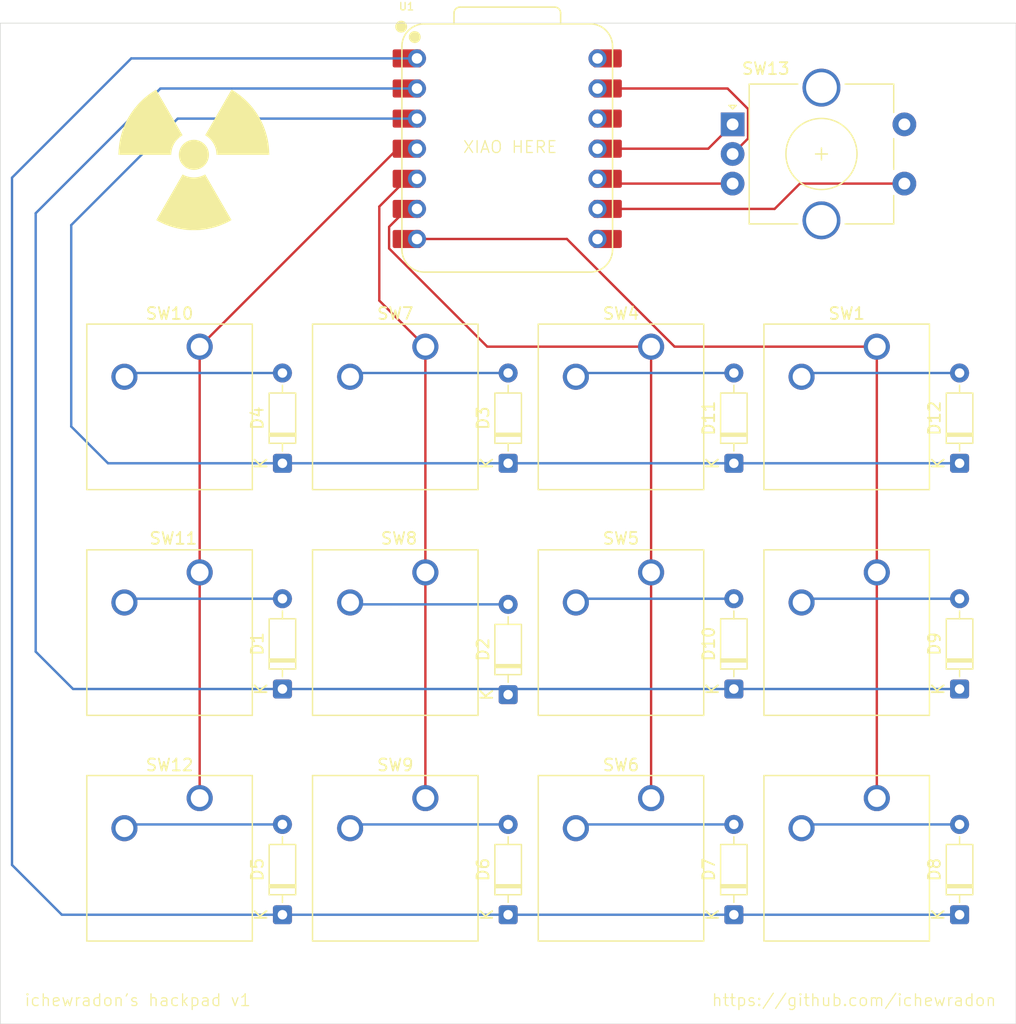
<source format=kicad_pcb>
(kicad_pcb (version 20241229) (generator "pcbnew") (generator_version "9.0")
  (layers (0 "F.Cu" signal) (2 "B.Cu" signal) (13 "F.Paste" user) (15 "B.Paste" user) (5 "F.SilkS" user "F.Silkscreen") (7 "B.SilkS" user "B.Silkscreen") (1 "F.Mask" user) (3 "B.Mask" user) (25 "Edge.Cuts" user))
  (net 0 "")
  (net 2 "Net-(D1-A)")
  (net 3 "Net-(D2-A)")
  (net 4 "/LED5V")
  (net 5 "Net-(D3-A)")
  (net 6 "Net-(D4-A)")
  (net 7 "Net-(D5-A)")
  (net 8 "Net-(D6-A)")
  (net 9 "Net-(D7-A)")
  (net 10 "Net-(D8-A)")
  (net 11 "Net-(D9-A)")
  (net 12 "Net-(D10-A)")
  (net 13 "Net-(D11-A)")
  (net 14 "Net-(D12-A)")
  (net 15 "/LED")
  (net 17 "/GND")
  (net 18 "/ROT1")
  (net 19 "/ROT2")
  (net 20 "/BTN1")
  (net 21 "/COL4")
  (net 22 "/COL1")
  (net 23 "/ROW1")
  (net 24 "/ROW2")
  (net 25 "/COL2")
  (net 26 "/COL3")
  (net 27 "/ROW3")
  (footprint "Diode_THT:D_DO-35_SOD27_P7.62mm_Horizontal" (layer "F.Cu") (at 180.975 106.20375 90)
    (property "Reference" "D8" (at 3.81 -2.12 90) (layer "F.SilkS"))
    (property "Value" "1N4148")
    (fp_line (start 2.53 -1.12) (end 2.53 1.12) (stroke (width 0.12)) (layer "F.SilkS"))
    (fp_line (start 2.41 -1.12) (end 2.41 1.12) (stroke (width 0.12)) (layer "F.SilkS"))
    (fp_line (start 2.29 -1.12) (end 2.29 1.12) (stroke (width 0.12)) (layer "F.SilkS"))
    (fp_line (start 6.58 0) (end 5.93 0) (stroke (width 0.12)) (layer "F.SilkS"))
    (fp_line (start 1.04 0) (end 1.69 0) (stroke (width 0.12)) (layer "F.SilkS"))
    (fp_rect (start 1.69 -1.12) (end 5.93 1.12) (stroke (width 0.12)) (fill no) (layer "F.SilkS"))
    (fp_text user "K" (at 0 -1.8 90) (layer "F.SilkS"))
    (pad "1" thru_hole roundrect (at 0 0 90) (size 1.6 1.6) (drill 0.8) (layers "*.Cu" "*.Mask") (roundrect_rratio 0.15625) (net 27 "/ROW3"))
    (pad "2" thru_hole circle (at 7.62 0 90) (size 1.6 1.6) (drill 0.8) (layers "*.Cu" "*.Mask") (net 10 "Net-(D8-A)"))
  )
  (footprint "Diode_THT:D_DO-35_SOD27_P7.62mm_Horizontal" (layer "F.Cu") (at 123.825 68.10375 90)
    (property "Reference" "D4" (at 3.81 -2.12 90) (layer "F.SilkS"))
    (property "Value" "1N4148")
    (fp_line (start 2.53 -1.12) (end 2.53 1.12) (stroke (width 0.12)) (layer "F.SilkS"))
    (fp_line (start 2.41 -1.12) (end 2.41 1.12) (stroke (width 0.12)) (layer "F.SilkS"))
    (fp_line (start 2.29 -1.12) (end 2.29 1.12) (stroke (width 0.12)) (layer "F.SilkS"))
    (fp_line (start 6.58 0) (end 5.93 0) (stroke (width 0.12)) (layer "F.SilkS"))
    (fp_line (start 1.04 0) (end 1.69 0) (stroke (width 0.12)) (layer "F.SilkS"))
    (fp_rect (start 1.69 -1.12) (end 5.93 1.12) (stroke (width 0.12)) (fill no) (layer "F.SilkS"))
    (fp_text user "K" (at 0 -1.8 90) (layer "F.SilkS"))
    (pad "1" thru_hole roundrect (at 0 0 90) (size 1.6 1.6) (drill 0.8) (layers "*.Cu" "*.Mask") (roundrect_rratio 0.15625) (net 23 "/ROW1"))
    (pad "2" thru_hole circle (at 7.62 0 90) (size 1.6 1.6) (drill 0.8) (layers "*.Cu" "*.Mask") (net 6 "Net-(D4-A)"))
  )
  (footprint "Button_Switch_Keyboard:SW_Cherry_MX_1.00u_PCB" (layer "F.Cu") (at 135.89 58.26125)
    (property "Reference" "SW7" (at -2.54 -2.794 0) (layer "F.SilkS"))
    (property "Value" "SW_Push")
    (fp_line (start -9.525 -1.905) (end 4.445 -1.905) (stroke (width 0.12)) (layer "F.SilkS"))
    (fp_line (start -9.525 12.065) (end -9.525 -1.905) (stroke (width 0.12)) (layer "F.SilkS"))
    (fp_line (start 4.445 -1.905) (end 4.445 12.065) (stroke (width 0.12)) (layer "F.SilkS"))
    (fp_line (start 4.445 12.065) (end -9.525 12.065) (stroke (width 0.12)) (layer "F.SilkS"))
    (pad "" np_thru_hole circle (at -7.62 5.08) (size 1.7 1.7) (drill 1.7) (layers "*.Cu" "*.Mask"))
    (pad "" np_thru_hole circle (at -2.54 5.08) (size 4 4) (drill 4) (layers "*.Cu" "*.Mask"))
    (pad "" np_thru_hole circle (at 2.54 5.08) (size 1.7 1.7) (drill 1.7) (layers "*.Cu" "*.Mask"))
    (pad "1" thru_hole circle (at 0 0) (size 2.2 2.2) (drill 1.5) (layers "*.Cu" "*.Mask") (net 25 "/COL2"))
    (pad "2" thru_hole circle (at -6.35 2.54) (size 2.2 2.2) (drill 1.5) (layers "*.Cu" "*.Mask") (net 5 "Net-(D3-A)"))
  )
  (footprint "Button_Switch_Keyboard:SW_Cherry_MX_1.00u_PCB" (layer "F.Cu") (at 116.84 96.36125)
    (property "Reference" "SW12" (at -2.54 -2.794 0) (layer "F.SilkS"))
    (property "Value" "SW_Push")
    (fp_line (start -9.525 -1.905) (end 4.445 -1.905) (stroke (width 0.12)) (layer "F.SilkS"))
    (fp_line (start -9.525 12.065) (end -9.525 -1.905) (stroke (width 0.12)) (layer "F.SilkS"))
    (fp_line (start 4.445 -1.905) (end 4.445 12.065) (stroke (width 0.12)) (layer "F.SilkS"))
    (fp_line (start 4.445 12.065) (end -9.525 12.065) (stroke (width 0.12)) (layer "F.SilkS"))
    (pad "" np_thru_hole circle (at -7.62 5.08) (size 1.7 1.7) (drill 1.7) (layers "*.Cu" "*.Mask"))
    (pad "" np_thru_hole circle (at -2.54 5.08) (size 4 4) (drill 4) (layers "*.Cu" "*.Mask"))
    (pad "" np_thru_hole circle (at 2.54 5.08) (size 1.7 1.7) (drill 1.7) (layers "*.Cu" "*.Mask"))
    (pad "1" thru_hole circle (at 0 0) (size 2.2 2.2) (drill 1.5) (layers "*.Cu" "*.Mask") (net 22 "/COL1"))
    (pad "2" thru_hole circle (at -6.35 2.54) (size 2.2 2.2) (drill 1.5) (layers "*.Cu" "*.Mask") (net 7 "Net-(D5-A)"))
  )
  (footprint "Button_Switch_Keyboard:SW_Cherry_MX_1.00u_PCB" (layer "F.Cu") (at 135.89 96.36125)
    (property "Reference" "SW9" (at -2.54 -2.794 0) (layer "F.SilkS"))
    (property "Value" "SW_Push")
    (fp_line (start -9.525 -1.905) (end 4.445 -1.905) (stroke (width 0.12)) (layer "F.SilkS"))
    (fp_line (start -9.525 12.065) (end -9.525 -1.905) (stroke (width 0.12)) (layer "F.SilkS"))
    (fp_line (start 4.445 -1.905) (end 4.445 12.065) (stroke (width 0.12)) (layer "F.SilkS"))
    (fp_line (start 4.445 12.065) (end -9.525 12.065) (stroke (width 0.12)) (layer "F.SilkS"))
    (pad "" np_thru_hole circle (at -7.62 5.08) (size 1.7 1.7) (drill 1.7) (layers "*.Cu" "*.Mask"))
    (pad "" np_thru_hole circle (at -2.54 5.08) (size 4 4) (drill 4) (layers "*.Cu" "*.Mask"))
    (pad "" np_thru_hole circle (at 2.54 5.08) (size 1.7 1.7) (drill 1.7) (layers "*.Cu" "*.Mask"))
    (pad "1" thru_hole circle (at 0 0) (size 2.2 2.2) (drill 1.5) (layers "*.Cu" "*.Mask") (net 25 "/COL2"))
    (pad "2" thru_hole circle (at -6.35 2.54) (size 2.2 2.2) (drill 1.5) (layers "*.Cu" "*.Mask") (net 8 "Net-(D6-A)"))
  )
  (footprint "Diode_THT:D_DO-35_SOD27_P7.62mm_Horizontal" (layer "F.Cu") (at 142.875 106.20375 90)
    (property "Reference" "D6" (at 3.81 -2.12 90) (layer "F.SilkS"))
    (property "Value" "1N4148")
    (fp_line (start 2.53 -1.12) (end 2.53 1.12) (stroke (width 0.12)) (layer "F.SilkS"))
    (fp_line (start 2.41 -1.12) (end 2.41 1.12) (stroke (width 0.12)) (layer "F.SilkS"))
    (fp_line (start 2.29 -1.12) (end 2.29 1.12) (stroke (width 0.12)) (layer "F.SilkS"))
    (fp_line (start 6.58 0) (end 5.93 0) (stroke (width 0.12)) (layer "F.SilkS"))
    (fp_line (start 1.04 0) (end 1.69 0) (stroke (width 0.12)) (layer "F.SilkS"))
    (fp_rect (start 1.69 -1.12) (end 5.93 1.12) (stroke (width 0.12)) (fill no) (layer "F.SilkS"))
    (fp_text user "K" (at 0 -1.8 90) (layer "F.SilkS"))
    (pad "1" thru_hole roundrect (at 0 0 90) (size 1.6 1.6) (drill 0.8) (layers "*.Cu" "*.Mask") (roundrect_rratio 0.15625) (net 27 "/ROW3"))
    (pad "2" thru_hole circle (at 7.62 0 90) (size 1.6 1.6) (drill 0.8) (layers "*.Cu" "*.Mask") (net 8 "Net-(D6-A)"))
  )
  (footprint "Button_Switch_Keyboard:SW_Cherry_MX_1.00u_PCB" (layer "F.Cu") (at 173.99 77.31125)
    (property "Reference" "SW2" (hide yes))
    (property "Value" "SW_Push")
    (fp_line (start -9.525 -1.905) (end 4.445 -1.905) (stroke (width 0.12)) (layer "F.SilkS"))
    (fp_line (start -9.525 12.065) (end -9.525 -1.905) (stroke (width 0.12)) (layer "F.SilkS"))
    (fp_line (start 4.445 -1.905) (end 4.445 12.065) (stroke (width 0.12)) (layer "F.SilkS"))
    (fp_line (start 4.445 12.065) (end -9.525 12.065) (stroke (width 0.12)) (layer "F.SilkS"))
    (pad "" np_thru_hole circle (at -7.62 5.08) (size 1.7 1.7) (drill 1.7) (layers "*.Cu" "*.Mask"))
    (pad "" np_thru_hole circle (at -2.54 5.08) (size 4 4) (drill 4) (layers "*.Cu" "*.Mask"))
    (pad "" np_thru_hole circle (at 2.54 5.08) (size 1.7 1.7) (drill 1.7) (layers "*.Cu" "*.Mask"))
    (pad "1" thru_hole circle (at 0 0) (size 2.2 2.2) (drill 1.5) (layers "*.Cu" "*.Mask") (net 21 "/COL4"))
    (pad "2" thru_hole circle (at -6.35 2.54) (size 2.2 2.2) (drill 1.5) (layers "*.Cu" "*.Mask") (net 11 "Net-(D9-A)"))
  )
  (footprint "Diode_THT:D_DO-35_SOD27_P7.62mm_Horizontal" (layer "F.Cu") (at 161.925 68.10375 90)
    (property "Reference" "D11" (at 3.81 -2.12 90) (layer "F.SilkS"))
    (property "Value" "1N4148")
    (fp_line (start 2.53 -1.12) (end 2.53 1.12) (stroke (width 0.12)) (layer "F.SilkS"))
    (fp_line (start 2.41 -1.12) (end 2.41 1.12) (stroke (width 0.12)) (layer "F.SilkS"))
    (fp_line (start 2.29 -1.12) (end 2.29 1.12) (stroke (width 0.12)) (layer "F.SilkS"))
    (fp_line (start 6.58 0) (end 5.93 0) (stroke (width 0.12)) (layer "F.SilkS"))
    (fp_line (start 1.04 0) (end 1.69 0) (stroke (width 0.12)) (layer "F.SilkS"))
    (fp_rect (start 1.69 -1.12) (end 5.93 1.12) (stroke (width 0.12)) (fill no) (layer "F.SilkS"))
    (fp_text user "K" (at 0 -1.8 90) (layer "F.SilkS"))
    (pad "1" thru_hole roundrect (at 0 0 90) (size 1.6 1.6) (drill 0.8) (layers "*.Cu" "*.Mask") (roundrect_rratio 0.15625) (net 23 "/ROW1"))
    (pad "2" thru_hole circle (at 7.62 0 90) (size 1.6 1.6) (drill 0.8) (layers "*.Cu" "*.Mask") (net 13 "Net-(D11-A)"))
  )
  (footprint "Button_Switch_Keyboard:SW_Cherry_MX_1.00u_PCB" (layer "F.Cu") (at 135.89 77.31125)
    (property "Reference" "SW8" (at -2.2225 -2.86625 0) (layer "F.SilkS"))
    (property "Value" "SW_Push")
    (fp_line (start -9.525 -1.905) (end 4.445 -1.905) (stroke (width 0.12)) (layer "F.SilkS"))
    (fp_line (start -9.525 12.065) (end -9.525 -1.905) (stroke (width 0.12)) (layer "F.SilkS"))
    (fp_line (start 4.445 -1.905) (end 4.445 12.065) (stroke (width 0.12)) (layer "F.SilkS"))
    (fp_line (start 4.445 12.065) (end -9.525 12.065) (stroke (width 0.12)) (layer "F.SilkS"))
    (pad "" np_thru_hole circle (at -7.62 5.08) (size 1.7 1.7) (drill 1.7) (layers "*.Cu" "*.Mask"))
    (pad "" np_thru_hole circle (at -2.54 5.08) (size 4 4) (drill 4) (layers "*.Cu" "*.Mask"))
    (pad "" np_thru_hole circle (at 2.54 5.08) (size 1.7 1.7) (drill 1.7) (layers "*.Cu" "*.Mask"))
    (pad "1" thru_hole circle (at 0 0) (size 2.2 2.2) (drill 1.5) (layers "*.Cu" "*.Mask") (net 25 "/COL2"))
    (pad "2" thru_hole circle (at -6.35 2.54) (size 2.2 2.2) (drill 1.5) (layers "*.Cu" "*.Mask") (net 3 "Net-(D2-A)"))
  )
  (footprint "Rotary_Encoder:RotaryEncoder_Alps_EC11E-Switch_Vertical_H20mm_CircularMountingHoles" (layer "F.Cu") (at 161.81875 39.5)
    (property "Reference" "SW13" (at 2.8 -4.7 0) (layer "F.SilkS"))
    (property "Value" "RotaryEncoder_Switch")
    (fp_line (start -0.3 -1.6) (end 0.3 -1.6) (stroke (width 0.12)) (layer "F.SilkS"))
    (fp_line (start 0 -1.3) (end -0.3 -1.6) (stroke (width 0.12)) (layer "F.SilkS"))
    (fp_line (start 0.3 -1.6) (end 0 -1.3) (stroke (width 0.12)) (layer "F.SilkS"))
    (fp_line (start 1.4 -3.4) (end 1.4 8.4) (stroke (width 0.12)) (layer "F.SilkS"))
    (fp_line (start 5.5 -3.4) (end 1.4 -3.4) (stroke (width 0.12)) (layer "F.SilkS"))
    (fp_line (start 5.5 8.4) (end 1.4 8.4) (stroke (width 0.12)) (layer "F.SilkS"))
    (fp_line (start 7 2.5) (end 8 2.5) (stroke (width 0.12)) (layer "F.SilkS"))
    (fp_line (start 7.5 2) (end 7.5 3) (stroke (width 0.12)) (layer "F.SilkS"))
    (fp_line (start 9.5 -3.4) (end 13.6 -3.4) (stroke (width 0.12)) (layer "F.SilkS"))
    (fp_line (start 13.6 -3.4) (end 13.6 -1) (stroke (width 0.12)) (layer "F.SilkS"))
    (fp_line (start 13.6 1.2) (end 13.6 3.8) (stroke (width 0.12)) (layer "F.SilkS"))
    (fp_line (start 13.6 6) (end 13.6 8.4) (stroke (width 0.12)) (layer "F.SilkS"))
    (fp_line (start 13.6 8.4) (end 9.5 8.4) (stroke (width 0.12)) (layer "F.SilkS"))
    (fp_circle (center 7.5 2.5) (end 10.5 2.5) (stroke (width 0.12)) (fill no) (layer "F.SilkS"))
    (pad "A" thru_hole rect (at 0 0) (size 2 2) (drill 1) (layers "*.Cu" "*.Mask") (net 18 "/ROT1"))
    (pad "B" thru_hole circle (at 0 5) (size 2 2) (drill 1) (layers "*.Cu" "*.Mask") (net 19 "/ROT2"))
    (pad "C" thru_hole circle (at 0 2.5) (size 2 2) (drill 1) (layers "*.Cu" "*.Mask") (net 17 "/GND"))
    (pad "MP" thru_hole circle (at 7.5 -3.1) (size 3.2 3.2) (drill 2.6) (layers "*.Cu" "*.Mask"))
    (pad "MP" thru_hole circle (at 7.5 8.1) (size 3.2 3.2) (drill 2.6) (layers "*.Cu" "*.Mask"))
    (pad "S1" thru_hole circle (at 14.5 5) (size 2 2) (drill 1) (layers "*.Cu" "*.Mask") (net 20 "/BTN1"))
    (pad "S2" thru_hole circle (at 14.5 0) (size 2 2) (drill 1) (layers "*.Cu" "*.Mask"))
  )
  (footprint "Diode_THT:D_DO-35_SOD27_P7.62mm_Horizontal" (layer "F.Cu") (at 180.975 87.15375 90)
    (property "Reference" "D9" (at 3.81 -2.12 90) (layer "F.SilkS"))
    (property "Value" "1N4148")
    (fp_line (start 2.53 -1.12) (end 2.53 1.12) (stroke (width 0.12)) (layer "F.SilkS"))
    (fp_line (start 2.41 -1.12) (end 2.41 1.12) (stroke (width 0.12)) (layer "F.SilkS"))
    (fp_line (start 2.29 -1.12) (end 2.29 1.12) (stroke (width 0.12)) (layer "F.SilkS"))
    (fp_line (start 6.58 0) (end 5.93 0) (stroke (width 0.12)) (layer "F.SilkS"))
    (fp_line (start 1.04 0) (end 1.69 0) (stroke (width 0.12)) (layer "F.SilkS"))
    (fp_rect (start 1.69 -1.12) (end 5.93 1.12) (stroke (width 0.12)) (fill no) (layer "F.SilkS"))
    (fp_text user "K" (at 0 -1.8 90) (layer "F.SilkS"))
    (pad "1" thru_hole roundrect (at 0 0 90) (size 1.6 1.6) (drill 0.8) (layers "*.Cu" "*.Mask") (roundrect_rratio 0.15625) (net 24 "/ROW2"))
    (pad "2" thru_hole circle (at 7.62 0 90) (size 1.6 1.6) (drill 0.8) (layers "*.Cu" "*.Mask") (net 11 "Net-(D9-A)"))
  )
  (footprint "Diode_THT:D_DO-35_SOD27_P7.62mm_Horizontal" (layer "F.Cu") (at 180.975 68.10375 90)
    (property "Reference" "D12" (at 3.81 -2.12 90) (layer "F.SilkS"))
    (property "Value" "1N4148")
    (fp_line (start 2.53 -1.12) (end 2.53 1.12) (stroke (width 0.12)) (layer "F.SilkS"))
    (fp_line (start 2.41 -1.12) (end 2.41 1.12) (stroke (width 0.12)) (layer "F.SilkS"))
    (fp_line (start 2.29 -1.12) (end 2.29 1.12) (stroke (width 0.12)) (layer "F.SilkS"))
    (fp_line (start 6.58 0) (end 5.93 0) (stroke (width 0.12)) (layer "F.SilkS"))
    (fp_line (start 1.04 0) (end 1.69 0) (stroke (width 0.12)) (layer "F.SilkS"))
    (fp_rect (start 1.69 -1.12) (end 5.93 1.12) (stroke (width 0.12)) (fill no) (layer "F.SilkS"))
    (fp_text user "K" (at 0 -1.8 90) (layer "F.SilkS"))
    (pad "1" thru_hole roundrect (at 0 0 90) (size 1.6 1.6) (drill 0.8) (layers "*.Cu" "*.Mask") (roundrect_rratio 0.15625) (net 23 "/ROW1"))
    (pad "2" thru_hole circle (at 7.62 0 90) (size 1.6 1.6) (drill 0.8) (layers "*.Cu" "*.Mask") (net 14 "Net-(D12-A)"))
  )
  (footprint "Diode_THT:D_DO-35_SOD27_P7.62mm_Horizontal" (layer "F.Cu") (at 123.825 87.15375 90)
    (property "Reference" "D1" (at 3.81 -2.12 90) (layer "F.SilkS"))
    (property "Value" "1N4148")
    (fp_line (start 2.53 -1.12) (end 2.53 1.12) (stroke (width 0.12)) (layer "F.SilkS"))
    (fp_line (start 2.41 -1.12) (end 2.41 1.12) (stroke (width 0.12)) (layer "F.SilkS"))
    (fp_line (start 2.29 -1.12) (end 2.29 1.12) (stroke (width 0.12)) (layer "F.SilkS"))
    (fp_line (start 6.58 0) (end 5.93 0) (stroke (width 0.12)) (layer "F.SilkS"))
    (fp_line (start 1.04 0) (end 1.69 0) (stroke (width 0.12)) (layer "F.SilkS"))
    (fp_rect (start 1.69 -1.12) (end 5.93 1.12) (stroke (width 0.12)) (fill no) (layer "F.SilkS"))
    (fp_text user "K" (at 0 -1.8 90) (layer "F.SilkS"))
    (pad "1" thru_hole roundrect (at 0 0 90) (size 1.6 1.6) (drill 0.8) (layers "*.Cu" "*.Mask") (roundrect_rratio 0.15625) (net 24 "/ROW2"))
    (pad "2" thru_hole circle (at 7.62 0 90) (size 1.6 1.6) (drill 0.8) (layers "*.Cu" "*.Mask") (net 2 "Net-(D1-A)"))
  )
  (footprint "Diode_THT:D_DO-35_SOD27_P7.62mm_Horizontal" (layer "F.Cu") (at 142.875 68.10375 90)
    (property "Reference" "D3" (at 3.81 -2.12 90) (layer "F.SilkS"))
    (property "Value" "1N4148")
    (fp_line (start 2.53 -1.12) (end 2.53 1.12) (stroke (width 0.12)) (layer "F.SilkS"))
    (fp_line (start 2.41 -1.12) (end 2.41 1.12) (stroke (width 0.12)) (layer "F.SilkS"))
    (fp_line (start 2.29 -1.12) (end 2.29 1.12) (stroke (width 0.12)) (layer "F.SilkS"))
    (fp_line (start 6.58 0) (end 5.93 0) (stroke (width 0.12)) (layer "F.SilkS"))
    (fp_line (start 1.04 0) (end 1.69 0) (stroke (width 0.12)) (layer "F.SilkS"))
    (fp_rect (start 1.69 -1.12) (end 5.93 1.12) (stroke (width 0.12)) (fill no) (layer "F.SilkS"))
    (fp_text user "K" (at 0 -1.8 90) (layer "F.SilkS"))
    (pad "1" thru_hole roundrect (at 0 0 90) (size 1.6 1.6) (drill 0.8) (layers "*.Cu" "*.Mask") (roundrect_rratio 0.15625) (net 23 "/ROW1"))
    (pad "2" thru_hole circle (at 7.62 0 90) (size 1.6 1.6) (drill 0.8) (layers "*.Cu" "*.Mask") (net 5 "Net-(D3-A)"))
  )
  (footprint "Button_Switch_Keyboard:SW_Cherry_MX_1.00u_PCB" (layer "F.Cu") (at 173.99 96.36125)
    (property "Reference" "SW3" (hide yes))
    (property "Value" "SW_Push")
    (fp_line (start -9.525 -1.905) (end 4.445 -1.905) (stroke (width 0.12)) (layer "F.SilkS"))
    (fp_line (start -9.525 12.065) (end -9.525 -1.905) (stroke (width 0.12)) (layer "F.SilkS"))
    (fp_line (start 4.445 -1.905) (end 4.445 12.065) (stroke (width 0.12)) (layer "F.SilkS"))
    (fp_line (start 4.445 12.065) (end -9.525 12.065) (stroke (width 0.12)) (layer "F.SilkS"))
    (pad "" np_thru_hole circle (at -7.62 5.08) (size 1.7 1.7) (drill 1.7) (layers "*.Cu" "*.Mask"))
    (pad "" np_thru_hole circle (at -2.54 5.08) (size 4 4) (drill 4) (layers "*.Cu" "*.Mask"))
    (pad "" np_thru_hole circle (at 2.54 5.08) (size 1.7 1.7) (drill 1.7) (layers "*.Cu" "*.Mask"))
    (pad "1" thru_hole circle (at 0 0) (size 2.2 2.2) (drill 1.5) (layers "*.Cu" "*.Mask") (net 21 "/COL4"))
    (pad "2" thru_hole circle (at -6.35 2.54) (size 2.2 2.2) (drill 1.5) (layers "*.Cu" "*.Mask") (net 10 "Net-(D8-A)"))
  )
  (footprint "Button_Switch_Keyboard:SW_Cherry_MX_1.00u_PCB" (layer "F.Cu") (at 154.94 96.36125)
    (property "Reference" "SW6" (at -2.54 -2.794 0) (layer "F.SilkS"))
    (property "Value" "SW_Push")
    (fp_line (start -9.525 -1.905) (end 4.445 -1.905) (stroke (width 0.12)) (layer "F.SilkS"))
    (fp_line (start -9.525 12.065) (end -9.525 -1.905) (stroke (width 0.12)) (layer "F.SilkS"))
    (fp_line (start 4.445 -1.905) (end 4.445 12.065) (stroke (width 0.12)) (layer "F.SilkS"))
    (fp_line (start 4.445 12.065) (end -9.525 12.065) (stroke (width 0.12)) (layer "F.SilkS"))
    (pad "" np_thru_hole circle (at -7.62 5.08) (size 1.7 1.7) (drill 1.7) (layers "*.Cu" "*.Mask"))
    (pad "" np_thru_hole circle (at -2.54 5.08) (size 4 4) (drill 4) (layers "*.Cu" "*.Mask"))
    (pad "" np_thru_hole circle (at 2.54 5.08) (size 1.7 1.7) (drill 1.7) (layers "*.Cu" "*.Mask"))
    (pad "1" thru_hole circle (at 0 0) (size 2.2 2.2) (drill 1.5) (layers "*.Cu" "*.Mask") (net 26 "/COL3"))
    (pad "2" thru_hole circle (at -6.35 2.54) (size 2.2 2.2) (drill 1.5) (layers "*.Cu" "*.Mask") (net 9 "Net-(D7-A)"))
  )
  (footprint "Button_Switch_Keyboard:SW_Cherry_MX_1.00u_PCB" (layer "F.Cu") (at 173.99 58.26125)
    (property "Reference" "SW1" (at -2.54 -2.794 0) (layer "F.SilkS"))
    (property "Value" "SW_Push")
    (fp_line (start -9.525 -1.905) (end 4.445 -1.905) (stroke (width 0.12)) (layer "F.SilkS"))
    (fp_line (start -9.525 12.065) (end -9.525 -1.905) (stroke (width 0.12)) (layer "F.SilkS"))
    (fp_line (start 4.445 -1.905) (end 4.445 12.065) (stroke (width 0.12)) (layer "F.SilkS"))
    (fp_line (start 4.445 12.065) (end -9.525 12.065) (stroke (width 0.12)) (layer "F.SilkS"))
    (pad "" np_thru_hole circle (at -7.62 5.08) (size 1.7 1.7) (drill 1.7) (layers "*.Cu" "*.Mask"))
    (pad "" np_thru_hole circle (at -2.54 5.08) (size 4 4) (drill 4) (layers "*.Cu" "*.Mask"))
    (pad "" np_thru_hole circle (at 2.54 5.08) (size 1.7 1.7) (drill 1.7) (layers "*.Cu" "*.Mask"))
    (pad "1" thru_hole circle (at 0 0) (size 2.2 2.2) (drill 1.5) (layers "*.Cu" "*.Mask") (net 21 "/COL4"))
    (pad "2" thru_hole circle (at -6.35 2.54) (size 2.2 2.2) (drill 1.5) (layers "*.Cu" "*.Mask") (net 14 "Net-(D12-A)"))
  )
  (footprint "Diode_THT:D_DO-35_SOD27_P7.62mm_Horizontal" (layer "F.Cu") (at 123.825 106.20375 90)
    (property "Reference" "D5" (at 3.81 -2.12 90) (layer "F.SilkS"))
    (property "Value" "1N4148")
    (fp_line (start 2.53 -1.12) (end 2.53 1.12) (stroke (width 0.12)) (layer "F.SilkS"))
    (fp_line (start 2.41 -1.12) (end 2.41 1.12) (stroke (width 0.12)) (layer "F.SilkS"))
    (fp_line (start 2.29 -1.12) (end 2.29 1.12) (stroke (width 0.12)) (layer "F.SilkS"))
    (fp_line (start 6.58 0) (end 5.93 0) (stroke (width 0.12)) (layer "F.SilkS"))
    (fp_line (start 1.04 0) (end 1.69 0) (stroke (width 0.12)) (layer "F.SilkS"))
    (fp_rect (start 1.69 -1.12) (end 5.93 1.12) (stroke (width 0.12)) (fill no) (layer "F.SilkS"))
    (fp_text user "K" (at 0 -1.8 90) (layer "F.SilkS"))
    (pad "1" thru_hole roundrect (at 0 0 90) (size 1.6 1.6) (drill 0.8) (layers "*.Cu" "*.Mask") (roundrect_rratio 0.15625) (net 27 "/ROW3"))
    (pad "2" thru_hole circle (at 7.62 0 90) (size 1.6 1.6) (drill 0.8) (layers "*.Cu" "*.Mask") (net 7 "Net-(D5-A)"))
  )
  (footprint "Button_Switch_Keyboard:SW_Cherry_MX_1.00u_PCB" (layer "F.Cu") (at 154.94 77.31125)
    (property "Reference" "SW5" (at -2.54 -2.86625 0) (layer "F.SilkS"))
    (property "Value" "SW_Push")
    (fp_line (start -9.525 -1.905) (end 4.445 -1.905) (stroke (width 0.12)) (layer "F.SilkS"))
    (fp_line (start -9.525 12.065) (end -9.525 -1.905) (stroke (width 0.12)) (layer "F.SilkS"))
    (fp_line (start 4.445 -1.905) (end 4.445 12.065) (stroke (width 0.12)) (layer "F.SilkS"))
    (fp_line (start 4.445 12.065) (end -9.525 12.065) (stroke (width 0.12)) (layer "F.SilkS"))
    (pad "" np_thru_hole circle (at -7.62 5.08) (size 1.7 1.7) (drill 1.7) (layers "*.Cu" "*.Mask"))
    (pad "" np_thru_hole circle (at -2.54 5.08) (size 4 4) (drill 4) (layers "*.Cu" "*.Mask"))
    (pad "" np_thru_hole circle (at 2.54 5.08) (size 1.7 1.7) (drill 1.7) (layers "*.Cu" "*.Mask"))
    (pad "1" thru_hole circle (at 0 0) (size 2.2 2.2) (drill 1.5) (layers "*.Cu" "*.Mask") (net 26 "/COL3"))
    (pad "2" thru_hole circle (at -6.35 2.54) (size 2.2 2.2) (drill 1.5) (layers "*.Cu" "*.Mask") (net 12 "Net-(D10-A)"))
  )
  (footprint "Diode_THT:D_DO-35_SOD27_P7.62mm_Horizontal" (layer "F.Cu") (at 161.925 106.20375 90)
    (property "Reference" "D7" (at 3.81 -2.12 90) (layer "F.SilkS"))
    (property "Value" "1N4148")
    (fp_line (start 2.53 -1.12) (end 2.53 1.12) (stroke (width 0.12)) (layer "F.SilkS"))
    (fp_line (start 2.41 -1.12) (end 2.41 1.12) (stroke (width 0.12)) (layer "F.SilkS"))
    (fp_line (start 2.29 -1.12) (end 2.29 1.12) (stroke (width 0.12)) (layer "F.SilkS"))
    (fp_line (start 6.58 0) (end 5.93 0) (stroke (width 0.12)) (layer "F.SilkS"))
    (fp_line (start 1.04 0) (end 1.69 0) (stroke (width 0.12)) (layer "F.SilkS"))
    (fp_rect (start 1.69 -1.12) (end 5.93 1.12) (stroke (width 0.12)) (fill no) (layer "F.SilkS"))
    (fp_text user "K" (at 0 -1.8 90) (layer "F.SilkS"))
    (pad "1" thru_hole roundrect (at 0 0 90) (size 1.6 1.6) (drill 0.8) (layers "*.Cu" "*.Mask") (roundrect_rratio 0.15625) (net 27 "/ROW3"))
    (pad "2" thru_hole circle (at 7.62 0 90) (size 1.6 1.6) (drill 0.8) (layers "*.Cu" "*.Mask") (net 9 "Net-(D7-A)"))
  )
  (footprint "Diode_THT:D_DO-35_SOD27_P7.62mm_Horizontal" (layer "F.Cu") (at 161.925 87.15375 90)
    (property "Reference" "D10" (at 3.81 -2.12 90) (layer "F.SilkS"))
    (property "Value" "1N4148")
    (fp_line (start 2.53 -1.12) (end 2.53 1.12) (stroke (width 0.12)) (layer "F.SilkS"))
    (fp_line (start 2.41 -1.12) (end 2.41 1.12) (stroke (width 0.12)) (layer "F.SilkS"))
    (fp_line (start 2.29 -1.12) (end 2.29 1.12) (stroke (width 0.12)) (layer "F.SilkS"))
    (fp_line (start 6.58 0) (end 5.93 0) (stroke (width 0.12)) (layer "F.SilkS"))
    (fp_line (start 1.04 0) (end 1.69 0) (stroke (width 0.12)) (layer "F.SilkS"))
    (fp_rect (start 1.69 -1.12) (end 5.93 1.12) (stroke (width 0.12)) (fill no) (layer "F.SilkS"))
    (fp_text user "K" (at 0 -1.8 90) (layer "F.SilkS"))
    (pad "1" thru_hole roundrect (at 0 0 90) (size 1.6 1.6) (drill 0.8) (layers "*.Cu" "*.Mask") (roundrect_rratio 0.15625) (net 24 "/ROW2"))
    (pad "2" thru_hole circle (at 7.62 0 90) (size 1.6 1.6) (drill 0.8) (layers "*.Cu" "*.Mask") (net 12 "Net-(D10-A)"))
  )
  (footprint "OPL:XIAO-RP2040-DIP" (layer "F.Cu") (at 142.7988 41.5544)
    (property "Reference" "U1" (at -8.5 -12 0) (layer "F.SilkS") (effects (font (size 0.635 0.635) (thickness 0.1016))))
    (property "Value" "XIAO-RP2040-DIP")
    (fp_line (start -8.89 8.509) (end -8.89 -8.636) (stroke (width 0.127)) (layer "F.SilkS"))
    (fp_line (start -6.985 10.414) (end 6.985 10.414) (stroke (width 0.127)) (layer "F.SilkS"))
    (fp_line (start -4.495 -10.541) (end -4.491272 -11.451272) (stroke (width 0.127)) (layer "F.SilkS"))
    (fp_line (start -3.991272 -11.951) (end 4.004 -11.951) (stroke (width 0.127)) (layer "F.SilkS"))
    (fp_line (start 4.504 -11.451) (end 4.504 -10.541) (stroke (width 0.127)) (layer "F.SilkS"))
    (fp_line (start 6.985 -10.541) (end -6.985 -10.541) (stroke (width 0.1)) (layer "F.SilkS"))
    (fp_line (start 6.985 -10.541) (end -6.985 -10.541) (stroke (width 0.127)) (layer "F.SilkS"))
    (fp_line (start 8.89 8.509) (end 8.89 -8.636) (stroke (width 0.127)) (layer "F.SilkS"))
    (fp_arc (start -8.89 -8.636) (mid -8.332038 -9.983038) (end -6.985 -10.541) (stroke (width 0.127)) (layer "F.SilkS"))
    (fp_arc (start -6.985 10.414) (mid -8.332038 9.856038) (end -8.89 8.509) (stroke (width 0.127)) (layer "F.SilkS"))
    (fp_arc (start -4.491272 -11.451272) (mid -4.344728 -11.80464) (end -3.991272 -11.951) (stroke (width 0.127)) (layer "F.SilkS"))
    (fp_arc (start 4.004 -11.951) (mid 4.357553 -11.804553) (end 4.504 -11.451) (stroke (width 0.127)) (layer "F.SilkS"))
    (fp_arc (start 6.985 -10.541) (mid 8.332038 -9.983038) (end 8.89 -8.636) (stroke (width 0.127)) (layer "F.SilkS"))
    (fp_arc (start 8.89 8.509) (mid 8.332038 9.856038) (end 6.985 10.414) (stroke (width 0.127)) (layer "F.SilkS"))
    (fp_circle (center -8.95 -10.3) (end -8.95 -10.554) (stroke (width 0.5)) (fill yes) (layer "F.SilkS"))
    (fp_circle (center -7.807 -9.42) (end -7.807 -9.674) (stroke (width 0.5)) (fill yes) (layer "F.SilkS"))
    (pad "1" smd roundrect (at -8.455 -7.62 180) (size 2.432 1.524) (layers "F.Cu" "F.Mask") (roundrect_rratio 0.1) (net 27 "/ROW3"))
    (pad "1" thru_hole circle (at -7.62 -7.62 180) (size 1.524 1.524) (drill 0.889) (layers "*.Cu" "*.Mask") (net 27 "/ROW3"))
    (pad "2" smd roundrect (at -8.455 -5.08 180) (size 2.432 1.524) (layers "F.Cu" "F.Mask") (roundrect_rratio 0.1) (net 24 "/ROW2"))
    (pad "2" thru_hole circle (at -7.62 -5.08 180) (size 1.524 1.524) (drill 0.889) (layers "*.Cu" "*.Mask") (net 24 "/ROW2"))
    (pad "3" smd roundrect (at -8.455 -2.54 180) (size 2.432 1.524) (layers "F.Cu" "F.Mask") (roundrect_rratio 0.1) (net 23 "/ROW1"))
    (pad "3" thru_hole circle (at -7.62 -2.54 180) (size 1.524 1.524) (drill 0.889) (layers "*.Cu" "*.Mask") (net 23 "/ROW1"))
    (pad "4" smd roundrect (at -8.455 0 180) (size 2.432 1.524) (layers "F.Cu" "F.Mask") (roundrect_rratio 0.1) (net 22 "/COL1"))
    (pad "4" thru_hole circle (at -7.62 0 180) (size 1.524 1.524) (drill 0.889) (layers "*.Cu" "*.Mask") (net 22 "/COL1"))
    (pad "5" smd roundrect (at -8.455 2.54 180) (size 2.432 1.524) (layers "F.Cu" "F.Mask") (roundrect_rratio 0.1) (net 25 "/COL2"))
    (pad "5" thru_hole circle (at -7.62 2.54 180) (size 1.524 1.524) (drill 0.889) (layers "*.Cu" "*.Mask") (net 25 "/COL2"))
    (pad "6" smd roundrect (at -8.455 5.08 180) (size 2.432 1.524) (layers "F.Cu" "F.Mask") (roundrect_rratio 0.1) (net 26 "/COL3"))
    (pad "6" thru_hole circle (at -7.62 5.08 180) (size 1.524 1.524) (drill 0.889) (layers "*.Cu" "*.Mask") (net 26 "/COL3"))
    (pad "7" smd roundrect (at -8.455 7.62 180) (size 2.432 1.524) (layers "F.Cu" "F.Mask") (roundrect_rratio 0.1) (net 21 "/COL4"))
    (pad "7" thru_hole circle (at -7.62 7.62 180) (size 1.524 1.524) (drill 0.889) (layers "*.Cu" "*.Mask") (net 21 "/COL4"))
    (pad "8" thru_hole circle (at 7.62 7.62) (size 1.524 1.524) (drill 0.889) (layers "*.Cu" "*.Mask") (net 15 "/LED"))
    (pad "8" smd roundrect (at 8.455 7.62) (size 2.432 1.524) (layers "F.Cu" "F.Mask") (roundrect_rratio 0.1) (net 15 "/LED"))
    (pad "9" thru_hole circle (at 7.62 5.08) (size 1.524 1.524) (drill 0.889) (layers "*.Cu" "*.Mask") (net 20 "/BTN1"))
    (pad "9" smd roundrect (at 8.455 5.08) (size 2.432 1.524) (layers "F.Cu" "F.Mask") (roundrect_rratio 0.1) (net 20 "/BTN1"))
    (pad "10" thru_hole circle (at 7.62 2.54) (size 1.524 1.524) (drill 0.889) (layers "*.Cu" "*.Mask") (net 19 "/ROT2"))
    (pad "10" smd roundrect (at 8.455 2.54) (size 2.432 1.524) (layers "F.Cu" "F.Mask") (roundrect_rratio 0.1) (net 19 "/ROT2"))
    (pad "11" thru_hole circle (at 7.62 0) (size 1.524 1.524) (drill 0.889) (layers "*.Cu" "*.Mask") (net 18 "/ROT1"))
    (pad "11" smd roundrect (at 8.455 0) (size 2.432 1.524) (layers "F.Cu" "F.Mask") (roundrect_rratio 0.1) (net 18 "/ROT1"))
    (pad "12" thru_hole circle (at 7.62 -2.54) (size 1.524 1.524) (drill 0.889) (layers "*.Cu" "*.Mask"))
    (pad "12" smd roundrect (at 8.455 -2.54) (size 2.432 1.524) (layers "F.Cu" "F.Mask") (roundrect_rratio 0.1))
    (pad "13" thru_hole circle (at 7.62 -5.08) (size 1.524 1.524) (drill 0.889) (layers "*.Cu" "*.Mask") (net 17 "/GND"))
    (pad "13" smd roundrect (at 8.455 -5.08) (size 2.432 1.524) (layers "F.Cu" "F.Mask") (roundrect_rratio 0.1) (net 17 "/GND"))
    (pad "14" thru_hole circle (at 7.62 -7.62) (size 1.524 1.524) (drill 0.889) (layers "*.Cu" "*.Mask") (net 4 "/LED5V"))
    (pad "14" smd roundrect (at 8.455 -7.62) (size 2.432 1.524) (layers "F.Cu" "F.Mask") (roundrect_rratio 0.1) (net 4 "/LED5V"))
  )
  (footprint "Button_Switch_Keyboard:SW_Cherry_MX_1.00u_PCB" (layer "F.Cu") (at 154.94 58.26125)
    (property "Reference" "SW4" (at -2.54 -2.794 0) (layer "F.SilkS"))
    (property "Value" "SW_Push")
    (fp_line (start -9.525 -1.905) (end 4.445 -1.905) (stroke (width 0.12)) (layer "F.SilkS"))
    (fp_line (start -9.525 12.065) (end -9.525 -1.905) (stroke (width 0.12)) (layer "F.SilkS"))
    (fp_line (start 4.445 -1.905) (end 4.445 12.065) (stroke (width 0.12)) (layer "F.SilkS"))
    (fp_line (start 4.445 12.065) (end -9.525 12.065) (stroke (width 0.12)) (layer "F.SilkS"))
    (pad "" np_thru_hole circle (at -7.62 5.08) (size 1.7 1.7) (drill 1.7) (layers "*.Cu" "*.Mask"))
    (pad "" np_thru_hole circle (at -2.54 5.08) (size 4 4) (drill 4) (layers "*.Cu" "*.Mask"))
    (pad "" np_thru_hole circle (at 2.54 5.08) (size 1.7 1.7) (drill 1.7) (layers "*.Cu" "*.Mask"))
    (pad "1" thru_hole circle (at 0 0) (size 2.2 2.2) (drill 1.5) (layers "*.Cu" "*.Mask") (net 26 "/COL3"))
    (pad "2" thru_hole circle (at -6.35 2.54) (size 2.2 2.2) (drill 1.5) (layers "*.Cu" "*.Mask") (net 13 "Net-(D11-A)"))
  )
  (footprint "Button_Switch_Keyboard:SW_Cherry_MX_1.00u_PCB" (layer "F.Cu") (at 116.84 58.26125)
    (property "Reference" "SW10" (at -2.54 -2.794 0) (layer "F.SilkS"))
    (property "Value" "SW_Push")
    (fp_line (start -9.525 -1.905) (end 4.445 -1.905) (stroke (width 0.12)) (layer "F.SilkS"))
    (fp_line (start -9.525 12.065) (end -9.525 -1.905) (stroke (width 0.12)) (layer "F.SilkS"))
    (fp_line (start 4.445 -1.905) (end 4.445 12.065) (stroke (width 0.12)) (layer "F.SilkS"))
    (fp_line (start 4.445 12.065) (end -9.525 12.065) (stroke (width 0.12)) (layer "F.SilkS"))
    (pad "" np_thru_hole circle (at -7.62 5.08) (size 1.7 1.7) (drill 1.7) (layers "*.Cu" "*.Mask"))
    (pad "" np_thru_hole circle (at -2.54 5.08) (size 4 4) (drill 4) (layers "*.Cu" "*.Mask"))
    (pad "" np_thru_hole circle (at 2.54 5.08) (size 1.7 1.7) (drill 1.7) (layers "*.Cu" "*.Mask"))
    (pad "1" thru_hole circle (at 0 0) (size 2.2 2.2) (drill 1.5) (layers "*.Cu" "*.Mask") (net 22 "/COL1"))
    (pad "2" thru_hole circle (at -6.35 2.54) (size 2.2 2.2) (drill 1.5) (layers "*.Cu" "*.Mask") (net 6 "Net-(D4-A)"))
  )
  (footprint "Button_Switch_Keyboard:SW_Cherry_MX_1.00u_PCB" (layer "F.Cu") (at 116.84 77.31125)
    (property "Reference" "SW11" (at -2.2225 -2.86625 0) (layer "F.SilkS"))
    (property "Value" "SW_Push")
    (fp_line (start -9.525 -1.905) (end 4.445 -1.905) (stroke (width 0.12)) (layer "F.SilkS"))
    (fp_line (start -9.525 12.065) (end -9.525 -1.905) (stroke (width 0.12)) (layer "F.SilkS"))
    (fp_line (start 4.445 -1.905) (end 4.445 12.065) (stroke (width 0.12)) (layer "F.SilkS"))
    (fp_line (start 4.445 12.065) (end -9.525 12.065) (stroke (width 0.12)) (layer "F.SilkS"))
    (pad "" np_thru_hole circle (at -7.62 5.08) (size 1.7 1.7) (drill 1.7) (layers "*.Cu" "*.Mask"))
    (pad "" np_thru_hole circle (at -2.54 5.08) (size 4 4) (drill 4) (layers "*.Cu" "*.Mask"))
    (pad "" np_thru_hole circle (at 2.54 5.08) (size 1.7 1.7) (drill 1.7) (layers "*.Cu" "*.Mask"))
    (pad "1" thru_hole circle (at 0 0) (size 2.2 2.2) (drill 1.5) (layers "*.Cu" "*.Mask") (net 22 "/COL1"))
    (pad "2" thru_hole circle (at -6.35 2.54) (size 2.2 2.2) (drill 1.5) (layers "*.Cu" "*.Mask") (net 2 "Net-(D1-A)"))
  )
  (footprint "Diode_THT:D_DO-35_SOD27_P7.62mm_Horizontal" (layer "F.Cu") (at 142.875 87.63 90)
    (property "Reference" "D2" (at 3.81 -2.12 90) (layer "F.SilkS"))
    (property "Value" "1N4148")
    (fp_line (start 2.53 -1.12) (end 2.53 1.12) (stroke (width 0.12)) (layer "F.SilkS"))
    (fp_line (start 2.41 -1.12) (end 2.41 1.12) (stroke (width 0.12)) (layer "F.SilkS"))
    (fp_line (start 2.29 -1.12) (end 2.29 1.12) (stroke (width 0.12)) (layer "F.SilkS"))
    (fp_line (start 6.58 0) (end 5.93 0) (stroke (width 0.12)) (layer "F.SilkS"))
    (fp_line (start 1.04 0) (end 1.69 0) (stroke (width 0.12)) (layer "F.SilkS"))
    (fp_rect (start 1.69 -1.12) (end 5.93 1.12) (stroke (width 0.12)) (fill no) (layer "F.SilkS"))
    (fp_text user "K" (at 0 -1.8 90) (layer "F.SilkS"))
    (pad "1" thru_hole roundrect (at 0 0 90) (size 1.6 1.6) (drill 0.8) (layers "*.Cu" "*.Mask") (roundrect_rratio 0.15625) (net 24 "/ROW2"))
    (pad "2" thru_hole circle (at 7.62 0 90) (size 1.6 1.6) (drill 0.8) (layers "*.Cu" "*.Mask") (net 3 "Net-(D2-A)"))
  )
  (gr_poly (pts (xy 117.343422 43.790573) (xy 118.454248 45.714881) (xy 119.526292 47.572558) (xy 119.504413 47.589464) (xy 119.478314 47.605919) (xy 119.43118 47.632537) (xy 119.295201 47.705071) (xy 119.13927 47.784691) (xy 119.067196 47.820166) (xy 119.006181 47.849021) (xy 118.75484 47.958742) (xy 118.628474 48.009224) (xy 118.501517 48.05682) (xy 118.373873 48.101555) (xy 118.245444 48.143454) (xy 118.116136 48.182541) (xy 117.985852 48.218841) (xy 117.854495 48.25238) (xy 117.72197 48.283181) (xy 117.588181 48.31127) (xy 117.453031 48.336671) (xy 117.178265 48.379509) (xy 116.896903 48.411893) (xy 116.787617 48.420053) (xy 116.654546 48.425894) (xy 116.505696 48.429427) (xy 116.349072 48.430664) (xy 116.192681 48.429618) (xy 116.04453 48.426298) (xy 115.912624 48.420718) (xy 115.80497 48.412888) (xy 115.661031 48.3973) (xy 115.519255 48.379224) (xy 115.379498 48.358618) (xy 115.241616 48.335444) (xy 115.105465 48.309658) (xy 114.9709 48.281221) (xy 114.837777 48.250093) (xy 114.705952 48.216231) (xy 114.575281 48.179596) (xy 114.445619 48.140146) (xy 114.316823 48.097841) (xy 114.188748 48.05264) (xy 114.06125 48.004502) (xy 113.934184 47.953387) (xy 113.807407 47.899253) (xy 113.680774 47.84206) (xy 113.61239 47.809376) (xy 113.536466 47.771903) (xy 113.457769 47.732122) (xy 113.381064 47.692516) (xy 113.311119 47.655567) (xy 113.252699 47.623758) (xy 113.210572 47.59957) (xy 113.197108 47.59111) (xy 113.189504 47.585486) (xy 113.184914 47.580391) (xy 113.197351 47.549203) (xy 113.363412 47.250472) (xy 114.891049 44.601069) (xy 115.396241 43.725933) (xy 115.5116 43.782618) (xy 115.57121 43.810687) (xy 115.632097 43.836702) (xy 115.694117 43.860633) (xy 115.757127 43.882453) (xy 115.820981 43.902135) (xy 115.885536 43.919651) (xy 115.950648 43.934973) (xy 116.016172 43.948073) (xy 116.081964 43.958924) (xy 116.147879 43.967498) (xy 116.213775 43.973768) (xy 116.279505 43.977705) (xy 116.344927 43.979283) (xy 116.409896 43.978473) (xy 116.474268 43.975247) (xy 116.537898 43.969579) (xy 116.580994 43.964475) (xy 116.623764 43.958486) (xy 116.666208 43.951615) (xy 116.708326 43.943862) (xy 116.750117 43.93523) (xy 116.791582 43.925719) (xy 116.83272 43.915331) (xy 116.873533 43.904068) (xy 116.914019 43.89193) (xy 116.954178 43.87892) (xy 116.994012 43.865039) (xy 117.033519 43.850288) (xy 117.072699 43.834669) (xy 117.111554 43.818184) (xy 117.150082 43.800833) (xy 117.188284 43.782618) (xy 117.305631 43.724938)) (fill yes) (layer "F.SilkS"))
  (gr_poly (pts (xy 119.54087 36.572932) (xy 119.549013 36.576567) (xy 119.574866 36.59041) (xy 119.611859 36.612015) (xy 119.65806 36.640181) (xy 119.770342 36.711395) (xy 119.896236 36.794448) (xy 120.11106 36.945749) (xy 120.318719 37.104886) (xy 120.519038 37.271629) (xy 120.711845 37.445751) (xy 120.896966 37.627023) (xy 121.074227 37.815216) (xy 121.243457 38.010101) (xy 121.40448 38.21145) (xy 121.557124 38.419033) (xy 121.701216 38.632623) (xy 121.836582 38.85199) (xy 121.963048 39.076906) (xy 122.080442 39.307142) (xy 122.18859 39.54247) (xy 122.287318 39.782659) (xy 122.376454 40.027483) (xy 122.447878 40.249678) (xy 122.51077 40.474064) (xy 122.565179 40.700781) (xy 122.61115 40.929969) (xy 122.648731 41.161767) (xy 122.677967 41.396315) (xy 122.698905 41.633753) (xy 122.711592 41.874222) (xy 122.718553 42.071127) (xy 120.489937 42.071127) (xy 118.260326 42.071127) (xy 118.260326 42.026376) (xy 118.259472 41.996062) (xy 118.257032 41.95914) (xy 118.253194 41.917207) (xy 118.248144 41.87186) (xy 118.242068 41.824694) (xy 118.235153 41.777307) (xy 118.227586 41.731295) (xy 118.219553 41.688255) (xy 118.198667 41.596838) (xy 118.173017 41.506567) (xy 118.142731 41.417634) (xy 118.107939 41.330229) (xy 118.068771 41.244543) (xy 118.025357 41.160766) (xy 117.977826 41.07909) (xy 117.926308 40.999706) (xy 117.870932 40.922804) (xy 117.811828 40.848575) (xy 117.749127 40.77721) (xy 117.682957 40.7089) (xy 117.613448 40.643836) (xy 117.540729 40.582208) (xy 117.464932 40.524207) (xy 117.386184 40.470025) (xy 117.370249 40.459387) (xy 117.35548 40.449249) (xy 117.342202 40.439835) (xy 117.336224 40.435468) (xy 117.330742 40.431364) (xy 117.325796 40.427552) (xy 117.321427 40.424059) (xy 117.317675 40.420913) (xy 117.314582 40.418141) (xy 117.312188 40.415771) (xy 117.311266 40.414745) (xy 117.310534 40.413831) (xy 117.309998 40.413031) (xy 117.309661 40.412348) (xy 117.30953 40.411787) (xy 117.30961 40.411351) (xy 119.271706 37.011244) (xy 119.371356 36.840614) (xy 119.454316 36.700844) (xy 119.486887 36.647047) (xy 119.512105 36.606384) (xy 119.528908 36.580662) (xy 119.533823 36.573968) (xy 119.536237 36.571686)) (fill yes) (layer "F.SilkS"))
  (gr_poly (pts (xy 116.431903 40.803643) (xy 116.515864 40.811875) (xy 116.598834 40.825607) (xy 116.680531 40.844724) (xy 116.760672 40.869108) (xy 116.838975 40.898643) (xy 116.915156 40.933212) (xy 116.988934 40.9727) (xy 117.060026 41.016989) (xy 117.128149 41.065963) (xy 117.19302 41.119505) (xy 117.254358 41.177499) (xy 117.311879 41.239829) (xy 117.339119 41.272583) (xy 117.3653 41.306377) (xy 117.400356 41.355595) (xy 117.432809 41.405861) (xy 117.462664 41.45709) (xy 117.48993 41.509199) (xy 117.514611 41.562105) (xy 117.536716 41.615725) (xy 117.556251 41.669975) (xy 117.573223 41.724771) (xy 117.587638 41.78003) (xy 117.599503 41.83567) (xy 117.608825 41.891606) (xy 117.61561 41.947754) (xy 117.619866 42.004033) (xy 117.621599 42.060358) (xy 117.620816 42.116645) (xy 117.617523 42.172812) (xy 117.611728 42.228776) (xy 117.603437 42.284451) (xy 117.592657 42.339756) (xy 117.579394 42.394607) (xy 117.563655 42.448921) (xy 117.545447 42.502613) (xy 117.524777 42.555601) (xy 117.501652 42.607802) (xy 117.476077 42.659131) (xy 117.448061 42.709506) (xy 117.417609 42.758842) (xy 117.384729 42.807058) (xy 117.349427 42.854068) (xy 117.31171 42.899791) (xy 117.271584 42.944142) (xy 117.229057 42.987038) (xy 117.178054 43.033481) (xy 117.124733 43.076924) (xy 117.06927 43.117304) (xy 117.011842 43.154561) (xy 116.952626 43.188629) (xy 116.891796 43.219448) (xy 116.829531 43.246954) (xy 116.766005 43.271085) (xy 116.701396 43.291778) (xy 116.635879 43.30897) (xy 116.56963 43.322599) (xy 116.502827 43.332602) (xy 116.435645 43.338917) (xy 116.36826 43.341481) (xy 116.300849 43.340231) (xy 116.233588 43.335104) (xy 116.176268 43.328109) (xy 116.120265 43.319049) (xy 116.065544 43.307908) (xy 116.012069 43.294672) (xy 115.959807 43.279328) (xy 115.908722 43.261859) (xy 115.858779 43.242251) (xy 115.809943 43.220491) (xy 115.762179 43.196563) (xy 115.715452 43.170453) (xy 115.669728 43.142146) (xy 115.62497 43.111627) (xy 115.581146 43.078883) (xy 115.538218 43.043898) (xy 115.496153 43.006658) (xy 115.454915 42.967149) (xy 115.415406 42.925911) (xy 115.378166 42.883844) (xy 115.343181 42.840912) (xy 115.310437 42.797078) (xy 115.279918 42.752306) (xy 115.251611 42.70656) (xy 115.225501 42.659802) (xy 115.201573 42.611997) (xy 115.179813 42.563108) (xy 115.160205 42.513099) (xy 115.142737 42.461934) (xy 115.127392 42.409575) (xy 115.114156 42.355987) (xy 115.103015 42.301133) (xy 115.093955 42.244976) (xy 115.08696 42.187481) (xy 115.082057 42.125356) (xy 115.080354 42.063599) (xy 115.081783 42.002294) (xy 115.086274 41.941531) (xy 115.09376 41.881396) (xy 115.104172 41.821975) (xy 115.117441 41.763357) (xy 115.133498 41.705627) (xy 115.152275 41.648874) (xy 115.173703 41.593183) (xy 115.197714 41.538643) (xy 115.224238 41.48534) (xy 115.253208 41.433361) (xy 115.284554 41.382793) (xy 115.318207 41.333723) (xy 115.354101 41.286239) (xy 115.392164 41.240427) (xy 115.43233 41.196375) (xy 115.474528 41.154169) (xy 115.518692 41.113896) (xy 115.564751 41.075644) (xy 115.612638 41.039499) (xy 115.662283 41.005549) (xy 115.713618 40.973881) (xy 115.766575 40.944581) (xy 115.821085 40.917737) (xy 115.877078 40.893436) (xy 115.934487 40.871765) (xy 115.993242 40.85281) (xy 116.053276 40.83666) (xy 116.114519 40.8234) (xy 116.176903 40.813118) (xy 116.219522 40.807895) (xy 116.26214 40.804148) (xy 116.347234 40.801029)) (fill yes) (layer "F.SilkS"))
  (gr_poly (pts (xy 114 38) (xy 115.367402 40.366599) (xy 115.396241 40.417318) (xy 115.302761 40.478975) (xy 115.215072 40.540174) (xy 115.131459 40.6058) (xy 115.052035 40.675664) (xy 114.976915 40.749581) (xy 114.906212 40.82736) (xy 114.840039 40.908815) (xy 114.77851 40.993757) (xy 114.721739 41.081999) (xy 114.66984 41.173352) (xy 114.622925 41.267629) (xy 114.581109 41.364642) (xy 114.544505 41.464203) (xy 114.513228 41.566124) (xy 114.487389 41.670217) (xy 114.467104 41.776293) (xy 114.452485 41.884166) (xy 114.448259 41.925546) (xy 114.444778 41.966086) (xy 114.443434 41.984614) (xy 114.442416 42.001219) (xy 114.441772 42.01533) (xy 114.441546 42.026376) (xy 114.441546 42.071127) (xy 112.211936 42.071127) (xy 109.98332 42.071127) (xy 109.990281 41.872233) (xy 110.003509 41.62386) (xy 110.025993 41.377471) (xy 110.057666 41.133255) (xy 110.098461 40.891402) (xy 110.148312 40.652101) (xy 110.20715 40.415542) (xy 110.27491 40.181914) (xy 110.351524 39.951406) (xy 110.436925 39.724208) (xy 110.531046 39.500509) (xy 110.63382 39.280499) (xy 110.74518 39.064366) (xy 110.865059 38.852301) (xy 110.993391 38.644492) (xy 111.130107 38.44113) (xy 111.275141 38.242402) (xy 111.366641 38.124577) (xy 111.46029 38.009385) (xy 111.556115 37.896804) (xy 111.654145 37.786809) (xy 111.754406 37.679379) (xy 111.856926 37.574489) (xy 111.961734 37.472117) (xy 112.068856 37.372238) (xy 112.178321 37.27483) (xy 112.290155 37.17987) (xy 112.404388 37.087333) (xy 112.521046 36.997197) (xy 112.640158 36.909439) (xy 112.76175 36.824035) (xy 112.885851 36.740961) (xy 113.012487 36.660195) (xy 113.041096 36.642774) (xy 113.068318 36.626554) (xy 113.093512 36.611895) (xy 113.116037 36.599159) (xy 113.135253 36.588707) (xy 113.150517 36.580901) (xy 113.156468 36.578103) (xy 113.16119 36.576102) (xy 113.164605 36.574942) (xy 113.165796 36.574693) (xy 113.166631 36.57467)) (fill yes) (layer "F.SilkS"))
  (gr_rect (start 100.0125 30.95625) (end 185.7375 115.41125) (stroke (width 0.05)) (fill no) (layer "Edge.Cuts"))
  (gr_text "XIAO HERE" (at 139 42 0) (layer "F.SilkS") (effects (font (size 1 1) (thickness 0.1)) (justify left bottom)))
  (gr_text "ichewradon's hackpad v1\n" (at 102 114 0) (layer "F.SilkS") (effects (font (size 1 1) (thickness 0.1)) (justify left bottom)))
  (gr_text "https://github.com/ichewradon" (at 160 114 0) (layer "F.SilkS") (effects (font (size 1 1) (thickness 0.1)) (justify left bottom)))
  (segment (start 110.8075 79.53375) (end 110.49 79.85125) (width 0.2) (layer "B.Cu") (net 2))
  (segment (start 123.825 79.53375) (end 110.8075 79.53375) (width 0.2) (layer "B.Cu") (net 2))
  (segment (start 129.69875 80.01) (end 129.54 79.85125) (width 0.2) (layer "B.Cu") (net 3))
  (segment (start 142.875 80.01) (end 129.69875 80.01) (width 0.2) (layer "B.Cu") (net 3))
  (segment (start 142.875 60.48375) (end 129.8575 60.48375) (width 0.2) (layer "B.Cu") (net 5))
  (segment (start 129.8575 60.48375) (end 129.54 60.80125) (width 0.2) (layer "B.Cu") (net 5))
  (segment (start 123.825 60.48375) (end 110.8075 60.48375) (width 0.2) (layer "B.Cu") (net 6))
  (segment (start 110.8075 60.48375) (end 110.49 60.80125) (width 0.2) (layer "B.Cu") (net 6))
  (segment (start 110.8075 98.58375) (end 110.49 98.90125) (width 0.2) (layer "B.Cu") (net 7))
  (segment (start 123.825 98.58375) (end 110.8075 98.58375) (width 0.2) (layer "B.Cu") (net 7))
  (segment (start 142.875 98.58375) (end 129.8575 98.58375) (width 0.2) (layer "B.Cu") (net 8))
  (segment (start 129.8575 98.58375) (end 129.54 98.90125) (width 0.2) (layer "B.Cu") (net 8))
  (segment (start 161.925 98.58375) (end 148.9075 98.58375) (width 0.2) (layer "B.Cu") (net 9))
  (segment (start 148.9075 98.58375) (end 148.59 98.90125) (width 0.2) (layer "B.Cu") (net 9))
  (segment (start 180.975 98.58375) (end 167.9575 98.58375) (width 0.2) (layer "B.Cu") (net 10))
  (segment (start 167.9575 98.58375) (end 167.64 98.90125) (width 0.2) (layer "B.Cu") (net 10))
  (segment (start 180.975 79.53375) (end 167.9575 79.53375) (width 0.2) (layer "B.Cu") (net 11))
  (segment (start 167.9575 79.53375) (end 167.64 79.85125) (width 0.2) (layer "B.Cu") (net 11))
  (segment (start 161.925 79.53375) (end 148.9075 79.53375) (width 0.2) (layer "B.Cu") (net 12))
  (segment (start 148.9075 79.53375) (end 148.59 79.85125) (width 0.2) (layer "B.Cu") (net 12))
  (segment (start 161.925 60.48375) (end 148.9075 60.48375) (width 0.2) (layer "B.Cu") (net 13))
  (segment (start 148.9075 60.48375) (end 148.59 60.80125) (width 0.2) (layer "B.Cu") (net 13))
  (segment (start 180.975 60.48375) (end 167.9575 60.48375) (width 0.2) (layer "B.Cu") (net 14))
  (segment (start 167.9575 60.48375) (end 167.64 60.80125) (width 0.2) (layer "B.Cu") (net 14))
  (segment (start 163.11975 40.699) (end 161.81875 42) (width 0.2) (layer "F.Cu") (net 17))
  (segment (start 163.11975 38.199) (end 163.11975 40.699) (width 0.2) (layer "F.Cu") (net 17))
  (segment (start 150.4188 36.4744) (end 161.39515 36.4744) (width 0.2) (layer "F.Cu") (net 17))
  (segment (start 161.39515 36.4744) (end 163.11975 38.199) (width 0.2) (layer "F.Cu") (net 17))
  (segment (start 150.4188 41.5544) (end 159.76435 41.5544) (width 0.2) (layer "F.Cu") (net 18))
  (segment (start 159.76435 41.5544) (end 161.81875 39.5) (width 0.2) (layer "F.Cu") (net 18))
  (segment (start 161.81875 44.5) (end 150.8244 44.5) (width 0.2) (layer "F.Cu") (net 19))
  (segment (start 151.6594 44.5) (end 151.2538 44.0944) (width 0.2) (layer "F.Cu") (net 19))
  (segment (start 150.8244 44.5) (end 150.4188 44.0944) (width 0.2) (layer "F.Cu") (net 19))
  (segment (start 176.31875 44.5) (end 167.5 44.5) (width 0.2) (layer "F.Cu") (net 20))
  (segment (start 165.3656 46.6344) (end 150.4188 46.6344) (width 0.2) (layer "F.Cu") (net 20))
  (segment (start 167.5 44.5) (end 165.3656 46.6344) (width 0.2) (layer "F.Cu") (net 20))
  (segment (start 173.99 58.26125) (end 173.99 96.36125) (width 0.2) (layer "F.Cu") (net 21))
  (segment (start 173.99 58.26125) (end 156.921314 58.26125) (width 0.2) (layer "F.Cu") (net 21))
  (segment (start 147.834464 49.1744) (end 135.1788 49.1744) (width 0.2) (layer "F.Cu") (net 21))
  (segment (start 156.921314 58.26125) (end 147.834464 49.1744) (width 0.2) (layer "F.Cu") (net 21))
  (segment (start 116.84 58.26125) (end 116.84 96.36125) (width 0.2) (layer "F.Cu") (net 22))
  (segment (start 116.84 58.26125) (end 133.54685 41.5544) (width 0.2) (layer "F.Cu") (net 22))
  (segment (start 133.54685 41.5544) (end 135.1788 41.5544) (width 0.2) (layer "F.Cu") (net 22))
  (segment (start 123.825 68.10375) (end 109.10375 68.10375) (width 0.2) (layer "B.Cu") (net 23))
  (segment (start 114.9856 39.0144) (end 135.1788 39.0144) (width 0.2) (layer "B.Cu") (net 23))
  (segment (start 106 48) (end 114.9856 39.0144) (width 0.2) (layer "B.Cu") (net 23))
  (segment (start 106 65) (end 106 48) (width 0.2) (layer "B.Cu") (net 23))
  (segment (start 180.975 68.10375) (end 123.825 68.10375) (width 0.2) (layer "B.Cu") (net 23))
  (segment (start 109.10375 68.10375) (end 106 65) (width 0.2) (layer "B.Cu") (net 23))
  (segment (start 106.15375 87.15375) (end 123.825 87.15375) (width 0.2) (layer "B.Cu") (net 24))
  (segment (start 123.825 87.15375) (end 180.975 87.15375) (width 0.2) (layer "B.Cu") (net 24))
  (segment (start 103 84) (end 106.15375 87.15375) (width 0.2) (layer "B.Cu") (net 24))
  (segment (start 113.5256 36.4744) (end 103 47) (width 0.2) (layer "B.Cu") (net 24))
  (segment (start 103 47) (end 103 84) (width 0.2) (layer "B.Cu") (net 24))
  (segment (start 135.1788 36.4744) (end 113.5256 36.4744) (width 0.2) (layer "B.Cu") (net 24))
  (segment (start 135.89 58.26125) (end 135.89 96.36125) (width 0.2) (layer "F.Cu") (net 25))
  (segment (start 135.89 58.26125) (end 132 54.37125) (width 0.2) (layer "F.Cu") (net 25))
  (segment (start 132 46.4382) (end 134.3438 44.0944) (width 0.2) (layer "F.Cu") (net 25))
  (segment (start 132 54.37125) (end 132 46.4382) (width 0.2) (layer "F.Cu") (net 25))
  (segment (start 154.94 58.26125) (end 154.94 96.36125) (width 0.2) (layer "F.Cu") (net 26))
  (segment (start 132.8268 49.976026) (end 132.8268 48.1514) (width 0.2) (layer "F.Cu") (net 26))
  (segment (start 141.112024 58.26125) (end 132.8268 49.976026) (width 0.2) (layer "F.Cu") (net 26))
  (segment (start 154.94 58.26125) (end 141.112024 58.26125) (width 0.2) (layer "F.Cu") (net 26))
  (segment (start 132.8268 48.1514) (end 134.3438 46.6344) (width 0.2) (layer "F.Cu") (net 26))
  (segment (start 180.975 106.20375) (end 123.825 106.20375) (width 0.2) (layer "B.Cu") (net 27))
  (segment (start 101 102) (end 101 44) (width 0.2) (layer "B.Cu") (net 27))
  (segment (start 101 44) (end 111.0656 33.9344) (width 0.2) (layer "B.Cu") (net 27))
  (segment (start 123.825 106.20375) (end 105.20375 106.20375) (width 0.2) (layer "B.Cu") (net 27))
  (segment (start 111.0656 33.9344) (end 135.1788 33.9344) (width 0.2) (layer "B.Cu") (net 27))
  (segment (start 105.20375 106.20375) (end 101 102) (width 0.2) (layer "B.Cu") (net 27))
)
</source>
